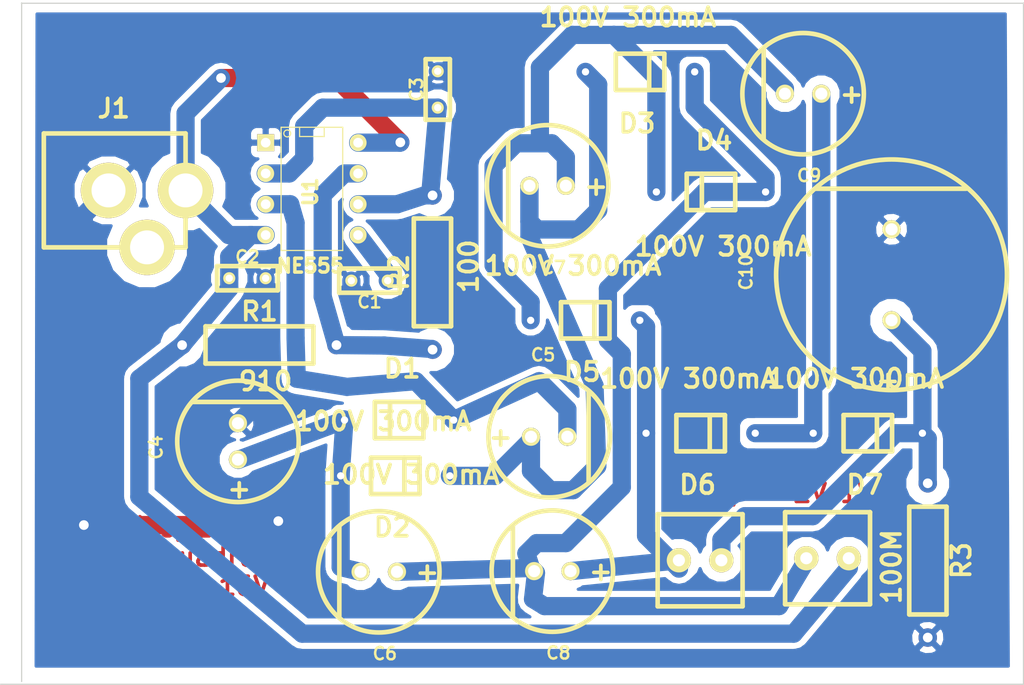
<source format=kicad_pcb>
(kicad_pcb (version 3) (host pcbnew "(2013-08-24 BZR 4298)-stable")

  (general
    (links 41)
    (no_connects 0)
    (area 75.509919 93.447399 159.922681 149.752521)
    (thickness 1.6)
    (drawings 7)
    (tracks 152)
    (zones 0)
    (modules 24)
    (nets 14)
  )

  (page USLetter)
  (layers
    (15 F.Cu signal)
    (0 B.Cu signal)
    (16 B.Adhes user)
    (17 F.Adhes user)
    (18 B.Paste user)
    (19 F.Paste user)
    (20 B.SilkS user)
    (21 F.SilkS user)
    (22 B.Mask user)
    (23 F.Mask user)
    (24 Dwgs.User user)
    (25 Cmts.User user)
    (26 Eco1.User user)
    (27 Eco2.User user)
    (28 Edge.Cuts user)
  )

  (setup
    (last_trace_width 1.5)
    (trace_clearance 0.5)
    (zone_clearance 0.508)
    (zone_45_only no)
    (trace_min 0.254)
    (segment_width 0.2)
    (edge_width 0.1)
    (via_size 1)
    (via_drill 0.8)
    (via_min_size 0.9)
    (via_min_drill 0.5)
    (uvia_size 0.5)
    (uvia_drill 0.127)
    (uvias_allowed no)
    (uvia_min_size 0.5)
    (uvia_min_drill 0.127)
    (pcb_text_width 0.3)
    (pcb_text_size 1.5 1.5)
    (mod_edge_width 0.381)
    (mod_text_size 1 1)
    (mod_text_width 0.15)
    (pad_size 2 2)
    (pad_drill 1)
    (pad_to_mask_clearance 0)
    (aux_axis_origin 0 0)
    (visible_elements 7FFFFFFF)
    (pcbplotparams
      (layerselection 271613953)
      (usegerberextensions false)
      (excludeedgelayer true)
      (linewidth 0.150000)
      (plotframeref false)
      (viasonmask false)
      (mode 1)
      (useauxorigin false)
      (hpglpennumber 1)
      (hpglpenspeed 20)
      (hpglpendiameter 15)
      (hpglpenoverlay 2)
      (psnegative false)
      (psa4output false)
      (plotreference true)
      (plotvalue true)
      (plotothertext true)
      (plotinvisibletext false)
      (padsonsilk false)
      (subtractmaskfromsilk false)
      (outputformat 5)
      (mirror false)
      (drillshape 0)
      (scaleselection 1)
      (outputdirectory ""))
  )

  (net 0 "")
  (net 1 2Vcc)
  (net 2 3Vcc)
  (net 3 4Vcc)
  (net 4 GND)
  (net 5 N-0000010)
  (net 6 N-0000012)
  (net 7 N-0000013)
  (net 8 N-000003)
  (net 9 N-000004)
  (net 10 N-000008)
  (net 11 N-000009)
  (net 12 TimerOut)
  (net 13 Vcc)

  (net_class Default "This is the default net class."
    (clearance 0.5)
    (trace_width 1.5)
    (via_dia 1)
    (via_drill 0.8)
    (uvia_dia 0.5)
    (uvia_drill 0.127)
    (add_net "")
    (add_net 2Vcc)
    (add_net 3Vcc)
    (add_net 4Vcc)
    (add_net GND)
    (add_net N-0000010)
    (add_net N-0000012)
    (add_net N-0000013)
    (add_net N-000003)
    (add_net N-000004)
    (add_net N-000008)
    (add_net N-000009)
    (add_net TimerOut)
    (add_net Vcc)
  )

  (net_class edge ""
    (clearance 0.5)
    (trace_width 0.254)
    (via_dia 1)
    (via_drill 0.8)
    (uvia_dia 0.5)
    (uvia_drill 0.127)
  )

  (module TED_TERMINAL_3.5MM_2PIN (layer F.Cu) (tedit 522CA0C7) (tstamp 522CAF64)
    (at 133.21792 139.47648 180)
    (path /5224B716)
    (fp_text reference J2 (at 0.20066 -5.40004 180) (layer F.SilkS) hide
      (effects (font (thickness 0.3048)))
    )
    (fp_text value "3V 4V" (at 0.29972 5.6007 180) (layer F.SilkS) hide
      (effects (font (size 1.016 1.016) (thickness 0.254)))
    )
    (fp_line (start -3.50012 -3.79984) (end -3.50012 3.79984) (layer F.SilkS) (width 0.381))
    (fp_line (start -3.50012 3.79984) (end 3.50012 3.79984) (layer F.SilkS) (width 0.381))
    (fp_line (start 3.50012 3.79984) (end 3.50012 -3.79984) (layer F.SilkS) (width 0.381))
    (fp_line (start 3.50012 -3.79984) (end -3.50012 -3.79984) (layer F.SilkS) (width 0.381))
    (pad 1 thru_hole circle (at -1.75006 0 180) (size 2 2) (drill 1)
      (layers *.Mask B.Cu F.SilkS)
      (net 3 4Vcc)
      (clearance 0.75)
    )
    (pad 2 thru_hole circle (at 1.75006 0 180) (size 2 2) (drill 1)
      (layers *.Mask B.Cu F.SilkS)
      (net 2 3Vcc)
      (clearance 0.75)
    )
  )

  (module TED_TERMINAL_3.5MM_2PIN (layer F.Cu) (tedit 522CA0C7) (tstamp 522CA9C7)
    (at 143.72336 139.30884)
    (path /5224B72A)
    (fp_text reference J3 (at 0.20066 -5.40004) (layer F.SilkS) hide
      (effects (font (thickness 0.3048)))
    )
    (fp_text value "1V 2V" (at 0.29972 5.6007) (layer F.SilkS) hide
      (effects (font (size 1.016 1.016) (thickness 0.254)))
    )
    (fp_line (start -3.50012 -3.79984) (end -3.50012 3.79984) (layer F.SilkS) (width 0.381))
    (fp_line (start -3.50012 3.79984) (end 3.50012 3.79984) (layer F.SilkS) (width 0.381))
    (fp_line (start 3.50012 3.79984) (end 3.50012 -3.79984) (layer F.SilkS) (width 0.381))
    (fp_line (start 3.50012 -3.79984) (end -3.50012 -3.79984) (layer F.SilkS) (width 0.381))
    (pad 1 thru_hole circle (at -1.75006 0) (size 2 2) (drill 1)
      (layers *.Mask B.Cu F.SilkS)
      (net 1 2Vcc)
      (clearance 0.75)
    )
    (pad 2 thru_hole circle (at 1.75006 0) (size 2 2) (drill 1)
      (layers *.Mask B.Cu F.SilkS)
      (net 13 Vcc)
      (clearance 0.75)
    )
  )

  (module TED_DIP-8 (layer F.Cu) (tedit 522C9C88) (tstamp 522CA9EF)
    (at 101.219 108.839 270)
    (descr "8 pins DIL package, round pads")
    (tags DIL)
    (path /5224039F)
    (fp_text reference U1 (at 0.254 0.127 270) (layer F.SilkS)
      (effects (font (size 1.143 1.143) (thickness 0.28702)))
    )
    (fp_text value NE555 (at 6.35 0.127 360) (layer F.SilkS)
      (effects (font (size 1.143 1.143) (thickness 0.28448)))
    )
    (fp_circle (center -4.572 2.032) (end -4.318 2.159) (layer F.SilkS) (width 0.09906))
    (fp_line (start -5.08 -1.016) (end -4.318 -1.016) (layer F.SilkS) (width 0.09906))
    (fp_line (start -4.318 -1.016) (end -4.318 1.016) (layer F.SilkS) (width 0.09906))
    (fp_line (start -4.318 1.016) (end -5.08 1.016) (layer F.SilkS) (width 0.09906))
    (fp_line (start -5.08 -2.54) (end 5.08 -2.54) (layer F.SilkS) (width 0.09906))
    (fp_line (start 5.08 -2.54) (end 5.08 2.54) (layer F.SilkS) (width 0.09906))
    (fp_line (start 5.08 2.54) (end -5.08 2.54) (layer F.SilkS) (width 0.09906))
    (fp_line (start -5.08 2.54) (end -5.08 -2.54) (layer F.SilkS) (width 0.09906))
    (pad 1 thru_hole rect (at -3.81 3.81 270) (size 1.397 1.397) (drill 0.8)
      (layers *.Mask B.Cu F.SilkS)
      (net 4 GND)
      (clearance 0.5)
    )
    (pad 2 thru_hole circle (at -1.27 3.81 270) (size 1.397 1.397) (drill 0.8)
      (layers *.Mask B.Cu F.SilkS)
      (net 10 N-000008)
      (clearance 0.5)
    )
    (pad 3 thru_hole circle (at 1.27 3.81 270) (size 1.397 1.397) (drill 0.8)
      (layers *.Mask B.Cu F.SilkS)
      (net 12 TimerOut)
      (clearance 0.5)
    )
    (pad 4 thru_hole circle (at 3.81 3.81 270) (size 1.397 1.397) (drill 0.8)
      (layers *.Mask B.Cu F.SilkS)
      (net 13 Vcc)
      (clearance 0.5)
    )
    (pad 5 thru_hole circle (at 3.81 -3.81 270) (size 1.397 1.397) (drill 0.8)
      (layers *.Mask B.Cu F.SilkS)
      (net 11 N-000009)
      (clearance 0.5)
    )
    (pad 6 thru_hole circle (at 1.27 -3.81 270) (size 1.397 1.397) (drill 0.8)
      (layers *.Mask B.Cu F.SilkS)
      (net 10 N-000008)
      (clearance 0.5)
    )
    (pad 7 thru_hole circle (at -1.27 -3.81 270) (size 1.397 1.397) (drill 0.8)
      (layers *.Mask B.Cu F.SilkS)
      (net 7 N-0000013)
      (clearance 0.5)
    )
    (pad 8 thru_hole circle (at -3.81 -3.81 270) (size 1.397 1.397) (drill 0.8)
      (layers *.Mask B.Cu F.SilkS)
      (net 13 Vcc)
      (clearance 0.5)
    )
    (model dil/dil_14.wrl
      (at (xyz 0 0 0))
      (scale (xyz 1 1 1))
      (rotate (xyz 0 0 0))
    )
  )

  (module TED_axial_resistor_halfwatt (layer F.Cu) (tedit 522C9C23) (tstamp 522CA9DB)
    (at 111.14532 115.72748 90)
    (path /522411DC)
    (fp_text reference R2 (at 0 -2.75 90) (layer F.SilkS)
      (effects (font (thickness 0.3048)))
    )
    (fp_text value 100 (at 0.5 3 90) (layer F.SilkS)
      (effects (font (thickness 0.3048)))
    )
    (fp_line (start -4.445 -1.52908) (end 4.445 -1.52908) (layer F.SilkS) (width 0.381))
    (fp_line (start 4.445 -1.52908) (end 4.445 1.54432) (layer F.SilkS) (width 0.381))
    (fp_line (start 4.445 1.54432) (end -4.445 1.54432) (layer F.SilkS) (width 0.381))
    (fp_line (start -4.445 1.54432) (end -4.445 -1.52908) (layer F.SilkS) (width 0.381))
    (pad 1 thru_hole circle (at -6.3754 0.02032 90) (size 1.524 1.524) (drill 0.8)
      (layers B.Cu)
      (net 7 N-0000013)
      (clearance 1)
    )
    (pad 2 thru_hole circle (at 6.35 0.02032 90) (size 1.524 1.524) (drill 0.8)
      (layers B.Cu)
      (net 10 N-000008)
      (clearance 1)
    )
  )

  (module TED_axial_resistor_halfwatt (layer F.Cu) (tedit 522C9C23) (tstamp 522CA9D1)
    (at 96.89592 121.70664)
    (path /52241265)
    (fp_text reference R1 (at 0 -2.75) (layer F.SilkS)
      (effects (font (thickness 0.3048)))
    )
    (fp_text value 910 (at 0.5 3) (layer F.SilkS)
      (effects (font (thickness 0.3048)))
    )
    (fp_line (start -4.445 -1.52908) (end 4.445 -1.52908) (layer F.SilkS) (width 0.381))
    (fp_line (start 4.445 -1.52908) (end 4.445 1.54432) (layer F.SilkS) (width 0.381))
    (fp_line (start 4.445 1.54432) (end -4.445 1.54432) (layer F.SilkS) (width 0.381))
    (fp_line (start -4.445 1.54432) (end -4.445 -1.52908) (layer F.SilkS) (width 0.381))
    (pad 1 thru_hole circle (at -6.3754 0.02032) (size 1.524 1.524) (drill 0.8)
      (layers B.Cu)
      (net 13 Vcc)
      (clearance 1)
    )
    (pad 2 thru_hole circle (at 6.35 0.02032) (size 1.524 1.524) (drill 0.8)
      (layers B.Cu)
      (net 7 N-0000013)
      (clearance 1)
    )
  )

  (module TED_DC_2.1mm (layer F.Cu) (tedit 522C9BB5) (tstamp 522CA9B3)
    (at 84.963 108.966)
    (path /52240342)
    (fp_text reference J1 (at -0.0762 -6.7564) (layer F.SilkS)
      (effects (font (thickness 0.3048)))
    )
    (fp_text value DC_2.1MM (at 1.1684 8.7122) (layer F.SilkS) hide
      (effects (font (thickness 0.3048)))
    )
    (fp_line (start -5.842 -4.699) (end -5.842 4.699) (layer F.SilkS) (width 0.381))
    (fp_line (start -5.842 4.699) (end 5.842 4.699) (layer F.SilkS) (width 0.381))
    (fp_line (start 5.842 4.699) (end 5.842 -4.699) (layer F.SilkS) (width 0.381))
    (fp_line (start 5.842 -4.699) (end -5.842 -4.699) (layer F.SilkS) (width 0.381))
    (pad 1 thru_hole circle (at 5.842 0) (size 4.572 4.572) (drill 2.8)
      (layers *.Mask B.Cu F.SilkS)
      (net 13 Vcc)
      (clearance 1)
    )
    (pad 2 thru_hole circle (at -0.508 0) (size 4.572 4.572) (drill 2.8)
      (layers *.Mask B.Cu F.SilkS)
      (net 4 GND)
      (clearance 1)
    )
    (pad 3 thru_hole circle (at 2.667 4.699) (size 4.572 4.572) (drill 2.8)
      (layers *.Mask B.Cu F.SilkS)
      (clearance 1)
    )
  )

  (module TED_diode_axial_300mA_100V. (layer F.Cu) (tedit 522C9A60) (tstamp 522CA9A8)
    (at 147.0406 128.9939 180)
    (path /522C983D)
    (fp_text reference D7 (at 0.25 -4.25 180) (layer F.SilkS)
      (effects (font (thickness 0.3048)))
    )
    (fp_text value "100V 300mA" (at 1 4.5 180) (layer F.SilkS)
      (effects (font (thickness 0.3048)))
    )
    (fp_line (start -0.75 -1.5) (end -0.75 1.5) (layer F.SilkS) (width 0.381))
    (fp_line (start -2 -1.5) (end 2 -1.5) (layer F.SilkS) (width 0.381))
    (fp_line (start 2 -1.5) (end 2 1.5) (layer F.SilkS) (width 0.381))
    (fp_line (start 2 1.5) (end -2 1.5) (layer F.SilkS) (width 0.381))
    (fp_line (start -2 1.5) (end -2 -1.5) (layer F.SilkS) (width 0.381))
    (pad 1 thru_hole rect (at -4.5 0 180) (size 1 1) (drill 0.6)
      (layers B.Cu)
      (net 3 4Vcc)
      (clearance 0.75)
    )
    (pad 2 thru_hole circle (at 4.5 0 180) (size 1 1) (drill 0.6)
      (layers B.Cu)
      (net 9 N-000004)
      (clearance 0.75)
    )
  )

  (module TED_diode_axial_300mA_100V. (layer F.Cu) (tedit 522C9A60) (tstamp 522CA99D)
    (at 133.2611 128.9939 180)
    (path /5224B551)
    (fp_text reference D6 (at 0.25 -4.25 180) (layer F.SilkS)
      (effects (font (thickness 0.3048)))
    )
    (fp_text value "100V 300mA" (at 1 4.5 180) (layer F.SilkS)
      (effects (font (thickness 0.3048)))
    )
    (fp_line (start -0.75 -1.5) (end -0.75 1.5) (layer F.SilkS) (width 0.381))
    (fp_line (start -2 -1.5) (end 2 -1.5) (layer F.SilkS) (width 0.381))
    (fp_line (start 2 -1.5) (end 2 1.5) (layer F.SilkS) (width 0.381))
    (fp_line (start 2 1.5) (end -2 1.5) (layer F.SilkS) (width 0.381))
    (fp_line (start -2 1.5) (end -2 -1.5) (layer F.SilkS) (width 0.381))
    (pad 1 thru_hole rect (at -4.5 0 180) (size 1 1) (drill 0.6)
      (layers B.Cu)
      (net 9 N-000004)
      (clearance 0.75)
    )
    (pad 2 thru_hole circle (at 4.5 0 180) (size 1 1) (drill 0.6)
      (layers B.Cu)
      (net 2 3Vcc)
      (clearance 0.75)
    )
  )

  (module TED_diode_axial_300mA_100V. (layer F.Cu) (tedit 522C9A60) (tstamp 522CA992)
    (at 123.7488 119.6848 180)
    (path /5224B557)
    (fp_text reference D5 (at 0.25 -4.25 180) (layer F.SilkS)
      (effects (font (thickness 0.3048)))
    )
    (fp_text value "100V 300mA" (at 1 4.5 180) (layer F.SilkS)
      (effects (font (thickness 0.3048)))
    )
    (fp_line (start -0.75 -1.5) (end -0.75 1.5) (layer F.SilkS) (width 0.381))
    (fp_line (start -2 -1.5) (end 2 -1.5) (layer F.SilkS) (width 0.381))
    (fp_line (start 2 -1.5) (end 2 1.5) (layer F.SilkS) (width 0.381))
    (fp_line (start 2 1.5) (end -2 1.5) (layer F.SilkS) (width 0.381))
    (fp_line (start -2 1.5) (end -2 -1.5) (layer F.SilkS) (width 0.381))
    (pad 1 thru_hole rect (at -4.5 0 180) (size 1 1) (drill 0.6)
      (layers B.Cu)
      (net 2 3Vcc)
      (clearance 0.75)
    )
    (pad 2 thru_hole circle (at 4.5 0 180) (size 1 1) (drill 0.6)
      (layers B.Cu)
      (net 6 N-0000012)
      (clearance 0.75)
    )
  )

  (module TED_diode_axial_300mA_100V. (layer F.Cu) (tedit 522C9A60) (tstamp 522CA987)
    (at 134.112 109.093)
    (path /5224B476)
    (fp_text reference D4 (at 0.25 -4.25) (layer F.SilkS)
      (effects (font (thickness 0.3048)))
    )
    (fp_text value "100V 300mA" (at 1 4.5) (layer F.SilkS)
      (effects (font (thickness 0.3048)))
    )
    (fp_line (start -0.75 -1.5) (end -0.75 1.5) (layer F.SilkS) (width 0.381))
    (fp_line (start -2 -1.5) (end 2 -1.5) (layer F.SilkS) (width 0.381))
    (fp_line (start 2 -1.5) (end 2 1.5) (layer F.SilkS) (width 0.381))
    (fp_line (start 2 1.5) (end -2 1.5) (layer F.SilkS) (width 0.381))
    (fp_line (start -2 1.5) (end -2 -1.5) (layer F.SilkS) (width 0.381))
    (pad 1 thru_hole rect (at -4.5 0) (size 1 1) (drill 0.6)
      (layers B.Cu)
      (net 6 N-0000012)
      (clearance 0.75)
    )
    (pad 2 thru_hole circle (at 4.5 0) (size 1 1) (drill 0.6)
      (layers B.Cu)
      (net 1 2Vcc)
      (clearance 0.75)
    )
  )

  (module TED_diode_axial_300mA_100V. (layer F.Cu) (tedit 522C9A60) (tstamp 522CA97C)
    (at 128.27 99.187 180)
    (path /5224B47C)
    (fp_text reference D3 (at 0.25 -4.25 180) (layer F.SilkS)
      (effects (font (thickness 0.3048)))
    )
    (fp_text value "100V 300mA" (at 1 4.5 180) (layer F.SilkS)
      (effects (font (thickness 0.3048)))
    )
    (fp_line (start -0.75 -1.5) (end -0.75 1.5) (layer F.SilkS) (width 0.381))
    (fp_line (start -2 -1.5) (end 2 -1.5) (layer F.SilkS) (width 0.381))
    (fp_line (start 2 -1.5) (end 2 1.5) (layer F.SilkS) (width 0.381))
    (fp_line (start 2 1.5) (end -2 1.5) (layer F.SilkS) (width 0.381))
    (fp_line (start -2 1.5) (end -2 -1.5) (layer F.SilkS) (width 0.381))
    (pad 1 thru_hole rect (at -4.5 0 180) (size 1 1) (drill 0.6)
      (layers B.Cu)
      (net 1 2Vcc)
      (clearance 0.75)
    )
    (pad 2 thru_hole circle (at 4.5 0 180) (size 1 1) (drill 0.6)
      (layers B.Cu)
      (net 5 N-0000010)
      (clearance 0.75)
    )
  )

  (module TED_diode_axial_300mA_100V. (layer F.Cu) (tedit 522C9A60) (tstamp 522CA971)
    (at 108.0897 132.5118 180)
    (path /5224B315)
    (fp_text reference D2 (at 0.25 -4.25 180) (layer F.SilkS)
      (effects (font (thickness 0.3048)))
    )
    (fp_text value "100V 300mA" (at 1 4.5 180) (layer F.SilkS)
      (effects (font (thickness 0.3048)))
    )
    (fp_line (start -0.75 -1.5) (end -0.75 1.5) (layer F.SilkS) (width 0.381))
    (fp_line (start -2 -1.5) (end 2 -1.5) (layer F.SilkS) (width 0.381))
    (fp_line (start 2 -1.5) (end 2 1.5) (layer F.SilkS) (width 0.381))
    (fp_line (start 2 1.5) (end -2 1.5) (layer F.SilkS) (width 0.381))
    (fp_line (start -2 1.5) (end -2 -1.5) (layer F.SilkS) (width 0.381))
    (pad 1 thru_hole rect (at -4.5 0 180) (size 1 1) (drill 0.6)
      (layers B.Cu)
      (net 5 N-0000010)
      (clearance 0.75)
    )
    (pad 2 thru_hole circle (at 4.5 0 180) (size 1 1) (drill 0.6)
      (layers B.Cu)
      (net 8 N-000003)
      (clearance 0.75)
    )
  )

  (module TED_diode_axial_300mA_100V. (layer F.Cu) (tedit 522C9A60) (tstamp 522CA966)
    (at 108.4072 127.90932)
    (path /5224B329)
    (fp_text reference D1 (at 0.25 -4.25) (layer F.SilkS)
      (effects (font (thickness 0.3048)))
    )
    (fp_text value "100V 300mA" (at 1 4.5) (layer F.SilkS)
      (effects (font (thickness 0.3048)))
    )
    (fp_line (start -0.75 -1.5) (end -0.75 1.5) (layer F.SilkS) (width 0.381))
    (fp_line (start -2 -1.5) (end 2 -1.5) (layer F.SilkS) (width 0.381))
    (fp_line (start 2 -1.5) (end 2 1.5) (layer F.SilkS) (width 0.381))
    (fp_line (start 2 1.5) (end -2 1.5) (layer F.SilkS) (width 0.381))
    (fp_line (start -2 1.5) (end -2 -1.5) (layer F.SilkS) (width 0.381))
    (pad 1 thru_hole rect (at -4.5 0) (size 1 1) (drill 0.6)
      (layers B.Cu)
      (net 8 N-000003)
      (clearance 0.75)
    )
    (pad 2 thru_hole circle (at 4.5 0) (size 1 1) (drill 0.6)
      (layers B.Cu)
      (net 12 TimerOut)
      (clearance 0.75)
    )
  )

  (module TED_C_RADIAL_ELECTROLYTIC_19mm (layer F.Cu) (tedit 522C9B68) (tstamp 522CA95B)
    (at 148.9964 115.9256 90)
    (descr "Condensateur e = 1 pas")
    (tags C)
    (path /522C934F)
    (fp_text reference C10 (at 0.20066 -11.99896 90) (layer F.SilkS)
      (effects (font (size 1.016 1.016) (thickness 0.2032)))
    )
    (fp_text value "680uF 63v" (at 0.29972 12.10056 90) (layer F.SilkS) hide
      (effects (font (size 1.016 1.016) (thickness 0.2032)))
    )
    (fp_circle (center 0 0) (end -9.5 -0.5) (layer F.SilkS) (width 0.381))
    (fp_text user + (at -8.8011 -0.39878 90) (layer F.SilkS)
      (effects (font (thickness 0.3048)))
    )
    (fp_line (start 7.0993 -6.25) (end 7.0993 6.15118) (layer F.SilkS) (width 0.381))
    (pad 1 thru_hole circle (at -3.75 0 90) (size 1.5 1.5) (drill 1)
      (layers *.Mask B.Cu F.SilkS)
      (net 3 4Vcc)
      (clearance 1)
    )
    (pad 2 thru_hole circle (at 3.75 0 90) (size 1.5 1.5) (drill 1)
      (layers *.Mask B.Cu F.SilkS)
      (net 4 GND)
      (clearance 1)
    )
    (model discret/capa_1_pas.wrl
      (at (xyz 0 0 0))
      (scale (xyz 1 1 1))
      (rotate (xyz 0 0 0))
    )
  )

  (module TED_C_RADIAL_ELECTROLYTIC_5mm (layer F.Cu) (tedit 522C9B3A) (tstamp 522CA952)
    (at 141.7066 100.9904 180)
    (descr "Condensateur e = 1 pas")
    (tags C)
    (path /522C9330)
    (fp_text reference C9 (at -0.5 -6.75 180) (layer F.SilkS)
      (effects (font (size 1.016 1.016) (thickness 0.2032)))
    )
    (fp_text value "1uF 63v" (at 0 7.25 180) (layer F.SilkS) hide
      (effects (font (size 1.016 1.016) (thickness 0.2032)))
    )
    (fp_line (start 3.25 -3.75) (end 3.25 3.75) (layer F.SilkS) (width 0.381))
    (fp_circle (center 0 0) (end 5 0.25) (layer F.SilkS) (width 0.381))
    (fp_text user + (at -4 0 180) (layer F.SilkS)
      (effects (font (thickness 0.3048)))
    )
    (pad 1 thru_hole circle (at -1.5 0 180) (size 1.5 1.5) (drill 1)
      (layers *.Mask B.Cu F.SilkS)
      (net 9 N-000004)
      (clearance 0.75)
    )
    (pad 2 thru_hole circle (at 1.5 0 180) (size 1.5 1.5) (drill 1)
      (layers *.Mask B.Cu F.SilkS)
      (net 6 N-0000012)
      (clearance 0.75)
    )
    (model discret/capa_1_pas.wrl
      (at (xyz 0 0 0))
      (scale (xyz 1 1 1))
      (rotate (xyz 0 0 0))
    )
  )

  (module TED_C_RADIAL_ELECTROLYTIC_5mm (layer F.Cu) (tedit 522C9B3A) (tstamp 522CA949)
    (at 121.03608 140.37056 180)
    (descr "Condensateur e = 1 pas")
    (tags C)
    (path /522C9325)
    (fp_text reference C8 (at -0.5 -6.75 180) (layer F.SilkS)
      (effects (font (size 1.016 1.016) (thickness 0.2032)))
    )
    (fp_text value "1uF 63v" (at 0 7.25 180) (layer F.SilkS) hide
      (effects (font (size 1.016 1.016) (thickness 0.2032)))
    )
    (fp_line (start 3.25 -3.75) (end 3.25 3.75) (layer F.SilkS) (width 0.381))
    (fp_circle (center 0 0) (end 5 0.25) (layer F.SilkS) (width 0.381))
    (fp_text user + (at -4 0 180) (layer F.SilkS)
      (effects (font (thickness 0.3048)))
    )
    (pad 1 thru_hole circle (at -1.5 0 180) (size 1.5 1.5) (drill 1)
      (layers *.Mask B.Cu F.SilkS)
      (net 2 3Vcc)
      (clearance 0.75)
    )
    (pad 2 thru_hole circle (at 1.5 0 180) (size 1.5 1.5) (drill 1)
      (layers *.Mask B.Cu F.SilkS)
      (net 1 2Vcc)
      (clearance 0.75)
    )
    (model discret/capa_1_pas.wrl
      (at (xyz 0 0 0))
      (scale (xyz 1 1 1))
      (rotate (xyz 0 0 0))
    )
  )

  (module TED_C_RADIAL_ELECTROLYTIC_5mm (layer F.Cu) (tedit 522C9B3A) (tstamp 522CA940)
    (at 120.65 108.585 180)
    (descr "Condensateur e = 1 pas")
    (tags C)
    (path /5224B55D)
    (fp_text reference C7 (at -0.5 -6.75 180) (layer F.SilkS)
      (effects (font (size 1.016 1.016) (thickness 0.2032)))
    )
    (fp_text value "1uF 63v" (at 0 7.25 180) (layer F.SilkS) hide
      (effects (font (size 1.016 1.016) (thickness 0.2032)))
    )
    (fp_line (start 3.25 -3.75) (end 3.25 3.75) (layer F.SilkS) (width 0.381))
    (fp_circle (center 0 0) (end 5 0.25) (layer F.SilkS) (width 0.381))
    (fp_text user + (at -4 0 180) (layer F.SilkS)
      (effects (font (thickness 0.3048)))
    )
    (pad 1 thru_hole circle (at -1.5 0 180) (size 1.5 1.5) (drill 1)
      (layers *.Mask B.Cu F.SilkS)
      (net 6 N-0000012)
      (clearance 0.75)
    )
    (pad 2 thru_hole circle (at 1.5 0 180) (size 1.5 1.5) (drill 1)
      (layers *.Mask B.Cu F.SilkS)
      (net 5 N-0000010)
      (clearance 0.75)
    )
    (model discret/capa_1_pas.wrl
      (at (xyz 0 0 0))
      (scale (xyz 1 1 1))
      (rotate (xyz 0 0 0))
    )
  )

  (module TED_C_RADIAL_ELECTROLYTIC_5mm (layer F.Cu) (tedit 522C9B3A) (tstamp 522CA937)
    (at 106.7308 140.42644 180)
    (descr "Condensateur e = 1 pas")
    (tags C)
    (path /5224B484)
    (fp_text reference C6 (at -0.5 -6.75 180) (layer F.SilkS)
      (effects (font (size 1.016 1.016) (thickness 0.2032)))
    )
    (fp_text value "1uF 63v" (at 0 7.25 180) (layer F.SilkS) hide
      (effects (font (size 1.016 1.016) (thickness 0.2032)))
    )
    (fp_line (start 3.25 -3.75) (end 3.25 3.75) (layer F.SilkS) (width 0.381))
    (fp_circle (center 0 0) (end 5 0.25) (layer F.SilkS) (width 0.381))
    (fp_text user + (at -4 0 180) (layer F.SilkS)
      (effects (font (thickness 0.3048)))
    )
    (pad 1 thru_hole circle (at -1.5 0 180) (size 1.5 1.5) (drill 1)
      (layers *.Mask B.Cu F.SilkS)
      (net 1 2Vcc)
      (clearance 0.75)
    )
    (pad 2 thru_hole circle (at 1.5 0 180) (size 1.5 1.5) (drill 1)
      (layers *.Mask B.Cu F.SilkS)
      (net 8 N-000003)
      (clearance 0.75)
    )
    (model discret/capa_1_pas.wrl
      (at (xyz 0 0 0))
      (scale (xyz 1 1 1))
      (rotate (xyz 0 0 0))
    )
  )

  (module TED_C_RADIAL_ELECTROLYTIC_5mm (layer F.Cu) (tedit 522C9B3A) (tstamp 522CA92E)
    (at 120.777 129.286)
    (descr "Condensateur e = 1 pas")
    (tags C)
    (path /5224B3A7)
    (fp_text reference C5 (at -0.5 -6.75) (layer F.SilkS)
      (effects (font (size 1.016 1.016) (thickness 0.2032)))
    )
    (fp_text value "1uF 63v" (at 0 7.25) (layer F.SilkS) hide
      (effects (font (size 1.016 1.016) (thickness 0.2032)))
    )
    (fp_line (start 3.25 -3.75) (end 3.25 3.75) (layer F.SilkS) (width 0.381))
    (fp_circle (center 0 0) (end 5 0.25) (layer F.SilkS) (width 0.381))
    (fp_text user + (at -4 0) (layer F.SilkS)
      (effects (font (thickness 0.3048)))
    )
    (pad 1 thru_hole circle (at -1.5 0) (size 1.5 1.5) (drill 1)
      (layers *.Mask B.Cu F.SilkS)
      (net 5 N-0000010)
      (clearance 0.75)
    )
    (pad 2 thru_hole circle (at 1.5 0) (size 1.5 1.5) (drill 1)
      (layers *.Mask B.Cu F.SilkS)
      (net 12 TimerOut)
      (clearance 0.75)
    )
    (model discret/capa_1_pas.wrl
      (at (xyz 0 0 0))
      (scale (xyz 1 1 1))
      (rotate (xyz 0 0 0))
    )
  )

  (module TED_C_RADIAL_ELECTROLYTIC_5mm (layer F.Cu) (tedit 522C9B3A) (tstamp 522CA925)
    (at 95.123 129.667 90)
    (descr "Condensateur e = 1 pas")
    (tags C)
    (path /52241387)
    (fp_text reference C4 (at -0.5 -6.75 90) (layer F.SilkS)
      (effects (font (size 1.016 1.016) (thickness 0.2032)))
    )
    (fp_text value "1uF 63v" (at 0 7.25 90) (layer F.SilkS) hide
      (effects (font (size 1.016 1.016) (thickness 0.2032)))
    )
    (fp_line (start 3.25 -3.75) (end 3.25 3.75) (layer F.SilkS) (width 0.381))
    (fp_circle (center 0 0) (end 5 0.25) (layer F.SilkS) (width 0.381))
    (fp_text user + (at -4 0 90) (layer F.SilkS)
      (effects (font (thickness 0.3048)))
    )
    (pad 1 thru_hole circle (at -1.5 0 90) (size 1.5 1.5) (drill 1)
      (layers *.Mask B.Cu F.SilkS)
      (net 8 N-000003)
      (clearance 0.75)
    )
    (pad 2 thru_hole circle (at 1.5 0 90) (size 1.5 1.5) (drill 1)
      (layers *.Mask B.Cu F.SilkS)
      (net 4 GND)
      (clearance 0.75)
    )
    (model discret/capa_1_pas.wrl
      (at (xyz 0 0 0))
      (scale (xyz 1 1 1))
      (rotate (xyz 0 0 0))
    )
  )

  (module TED_ceramic_radial_5mm (layer F.Cu) (tedit 522C9B09) (tstamp 522CA91C)
    (at 111.59236 100.63988 90)
    (descr "Condensateur e = 1 pas")
    (tags C)
    (path /52241175)
    (fp_text reference C3 (at 0 -1.75 90) (layer F.SilkS)
      (effects (font (size 1.016 1.016) (thickness 0.2032)))
    )
    (fp_text value .1uF (at 0.25 2 90) (layer F.SilkS) hide
      (effects (font (size 1.016 1.016) (thickness 0.2032)))
    )
    (fp_line (start 2.5 1) (end -2.5 1) (layer F.SilkS) (width 0.381))
    (fp_line (start -2.5 -1) (end 2.5 -1) (layer F.SilkS) (width 0.381))
    (fp_line (start 2.5 -1) (end 2.5 1) (layer F.SilkS) (width 0.381))
    (fp_line (start -2.5 1) (end -2.5 -1) (layer F.SilkS) (width 0.381))
    (pad 1 thru_hole circle (at -1.5 0 90) (size 1 1) (drill 0.6)
      (layers *.Mask B.Cu F.SilkS)
      (net 10 N-000008)
      (clearance 1)
    )
    (pad 2 thru_hole circle (at 1.5 0 90) (size 1 1) (drill 0.6)
      (layers *.Mask B.Cu F.SilkS)
      (net 4 GND)
      (clearance 1)
    )
    (model discret/capa_1_pas.wrl
      (at (xyz 0 0 0))
      (scale (xyz 1 1 1))
      (rotate (xyz 0 0 0))
    )
  )

  (module TED_ceramic_radial_5mm (layer F.Cu) (tedit 522C9B09) (tstamp 522CA912)
    (at 95.90532 116.21008)
    (descr "Condensateur e = 1 pas")
    (tags C)
    (path /52242069)
    (fp_text reference C2 (at 0 -1.75) (layer F.SilkS)
      (effects (font (size 1.016 1.016) (thickness 0.2032)))
    )
    (fp_text value .1uF (at 0.25 2) (layer F.SilkS) hide
      (effects (font (size 1.016 1.016) (thickness 0.2032)))
    )
    (fp_line (start 2.5 1) (end -2.5 1) (layer F.SilkS) (width 0.381))
    (fp_line (start -2.5 -1) (end 2.5 -1) (layer F.SilkS) (width 0.381))
    (fp_line (start 2.5 -1) (end 2.5 1) (layer F.SilkS) (width 0.381))
    (fp_line (start -2.5 1) (end -2.5 -1) (layer F.SilkS) (width 0.381))
    (pad 1 thru_hole circle (at -1.5 0) (size 1 1) (drill 0.6)
      (layers *.Mask B.Cu F.SilkS)
      (net 13 Vcc)
      (clearance 1)
    )
    (pad 2 thru_hole circle (at 1.5 0) (size 1 1) (drill 0.6)
      (layers *.Mask B.Cu F.SilkS)
      (net 4 GND)
      (clearance 1)
    )
    (model discret/capa_1_pas.wrl
      (at (xyz 0 0 0))
      (scale (xyz 1 1 1))
      (rotate (xyz 0 0 0))
    )
  )

  (module TED_ceramic_radial_5mm (layer F.Cu) (tedit 522C9B09) (tstamp 522CA908)
    (at 105.9688 116.4082 180)
    (descr "Condensateur e = 1 pas")
    (tags C)
    (path /5224110B)
    (fp_text reference C1 (at 0 -1.75 180) (layer F.SilkS)
      (effects (font (size 1.016 1.016) (thickness 0.2032)))
    )
    (fp_text value .1uF (at 0.25 2 180) (layer F.SilkS) hide
      (effects (font (size 1.016 1.016) (thickness 0.2032)))
    )
    (fp_line (start 2.5 1) (end -2.5 1) (layer F.SilkS) (width 0.381))
    (fp_line (start -2.5 -1) (end 2.5 -1) (layer F.SilkS) (width 0.381))
    (fp_line (start 2.5 -1) (end 2.5 1) (layer F.SilkS) (width 0.381))
    (fp_line (start -2.5 1) (end -2.5 -1) (layer F.SilkS) (width 0.381))
    (pad 1 thru_hole circle (at -1.5 0 180) (size 1 1) (drill 0.6)
      (layers *.Mask B.Cu F.SilkS)
      (net 11 N-000009)
      (clearance 1)
    )
    (pad 2 thru_hole circle (at 1.5 0 180) (size 1 1) (drill 0.6)
      (layers *.Mask B.Cu F.SilkS)
      (net 4 GND)
      (clearance 1)
    )
    (model discret/capa_1_pas.wrl
      (at (xyz 0 0 0))
      (scale (xyz 1 1 1))
      (rotate (xyz 0 0 0))
    )
  )

  (module TED_axial_resistor_halfwatt (layer F.Cu) (tedit 522C9C23) (tstamp 522DFED6)
    (at 152 139.5 270)
    (path /522DF238)
    (fp_text reference R3 (at 0 -2.75 270) (layer F.SilkS)
      (effects (font (thickness 0.3048)))
    )
    (fp_text value 100M (at 0.5 3 270) (layer F.SilkS)
      (effects (font (thickness 0.3048)))
    )
    (fp_line (start -4.445 -1.52908) (end 4.445 -1.52908) (layer F.SilkS) (width 0.381))
    (fp_line (start 4.445 -1.52908) (end 4.445 1.54432) (layer F.SilkS) (width 0.381))
    (fp_line (start 4.445 1.54432) (end -4.445 1.54432) (layer F.SilkS) (width 0.381))
    (fp_line (start -4.445 1.54432) (end -4.445 -1.52908) (layer F.SilkS) (width 0.381))
    (pad 1 thru_hole circle (at -6.3754 0.02032 270) (size 1.524 1.524) (drill 0.8)
      (layers B.Cu)
      (net 3 4Vcc)
      (clearance 1)
    )
    (pad 2 thru_hole circle (at 6.35 0.02032 270) (size 1.524 1.524) (drill 0.8)
      (layers B.Cu)
      (net 4 GND)
      (clearance 1)
    )
  )

  (gr_line (start 159.80156 93.53042) (end 77.27188 93.53042) (angle 90) (layer Edge.Cuts) (width 0.1))
  (gr_line (start 159.87268 149.7) (end 159.87268 93.5) (angle 90) (layer Edge.Cuts) (width 0.1))
  (gr_line (start 75.55992 149.70252) (end 159.86252 149.70252) (angle 90) (layer Edge.Cuts) (width 0.1))
  (gr_line (start 77.2922 93.4974) (end 77.2922 149.479) (angle 90) (layer Edge.Cuts) (width 0.1))
  (gr_text "2V 1V" (at 144.22628 133.94436) (layer F.Cu)
    (effects (font (size 1.5 1.5) (thickness 0.3)))
  )
  (gr_text "3V 4V" (at 133.32968 134.22376) (layer F.Cu)
    (effects (font (size 1.5 1.5) (thickness 0.3)))
  )
  (gr_text "09/08/2013\nVoltage Quadrupler\nVcc=4.5-16V" (at 90.043 139.192) (layer F.Cu)
    (effects (font (size 1.5 1.5) (thickness 0.3)))
  )

  (segment (start 138.612 109.093) (end 133.59384 109.093) (width 1.5) (layer B.Cu) (net 1))
  (segment (start 118.896 138.914) (end 119.28208 140.11656) (width 1.5) (layer B.Cu) (net 1) (tstamp 522CB0EE) (status 20))
  (segment (start 119.7483 138.0617) (end 118.896 138.914) (width 1.5) (layer B.Cu) (net 1) (tstamp 522CB0ED))
  (segment (start 122.1486 138.0617) (end 119.7483 138.0617) (width 1.5) (layer B.Cu) (net 1) (tstamp 522CB0EC))
  (segment (start 126.761098 133.449202) (end 122.1486 138.0617) (width 1.5) (layer B.Cu) (net 1) (tstamp 522CB0EB))
  (segment (start 126.761098 122.458338) (end 126.761098 133.449202) (width 1.5) (layer B.Cu) (net 1) (tstamp 522CB0EA))
  (segment (start 125.61824 121.31548) (end 126.761098 122.458338) (width 1.5) (layer B.Cu) (net 1) (tstamp 522CB0E9))
  (segment (start 125.61824 117.0686) (end 125.61824 121.31548) (width 1.5) (layer B.Cu) (net 1) (tstamp 522CB0E8))
  (segment (start 133.59384 109.093) (end 125.61824 117.0686) (width 1.5) (layer B.Cu) (net 1) (tstamp 522CB0E7))
  (segment (start 119.28208 140.11656) (end 119.53608 140.37056) (width 1.5) (layer B.Cu) (net 1) (tstamp 522CB0EF) (status 30))
  (segment (start 132.77 99.187) (end 132.77 102.09188) (width 1.5) (layer B.Cu) (net 1))
  (segment (start 138.612 107.93388) (end 138.612 109.093) (width 1.5) (layer B.Cu) (net 1) (tstamp 522CB0BA))
  (segment (start 132.77 102.09188) (end 138.612 107.93388) (width 1.5) (layer B.Cu) (net 1) (tstamp 522CB0B9))
  (segment (start 141.9733 139.30884) (end 141.9733 139.49426) (width 1.5) (layer B.Cu) (net 1) (status 30))
  (segment (start 119.68988 140.52436) (end 119.53608 140.37056) (width 1.5) (layer B.Cu) (net 1) (tstamp 522CB09E) (status 30))
  (segment (start 119.443522 142.672618) (end 119.68988 140.52436) (width 1.5) (layer B.Cu) (net 1) (tstamp 522CB09D) (status 20))
  (segment (start 120.38838 143.256) (end 119.443522 142.672618) (width 1.5) (layer B.Cu) (net 1) (tstamp 522CB09C))
  (segment (start 139.72286 143.256) (end 120.38838 143.256) (width 1.5) (layer B.Cu) (net 1) (tstamp 522CB09B))
  (segment (start 141.9733 139.49426) (end 139.72286 143.256) (width 1.5) (layer B.Cu) (net 1) (tstamp 522CB09A) (status 10))
  (segment (start 108.2308 140.42644) (end 119.28208 140.11656) (width 1.5) (layer B.Cu) (net 1) (status 20))
  (segment (start 119.28208 140.11656) (end 119.53608 140.37056) (width 1.5) (layer B.Cu) (net 1) (tstamp 522CB095) (status 30))
  (segment (start 128.7611 128.9939) (end 128.7611 120.1971) (width 1.5) (layer B.Cu) (net 2))
  (segment (start 128.7611 120.1971) (end 128.2488 119.6848) (width 1.5) (layer B.Cu) (net 2) (tstamp 522CB0C5))
  (segment (start 131.46786 139.47648) (end 131.47294 140.15974) (width 1.5) (layer B.Cu) (net 2) (status 10))
  (segment (start 128.7611 137.4479) (end 128.7611 128.9939) (width 1.5) (layer B.Cu) (net 2) (tstamp 522CB0A1))
  (segment (start 131.47294 140.15974) (end 128.7611 137.4479) (width 1.5) (layer B.Cu) (net 2) (tstamp 522CB0A0))
  (segment (start 122.53608 140.37056) (end 131.46786 139.47648) (width 1.5) (layer B.Cu) (net 2) (status 20))
  (segment (start 151.97968 133.1246) (end 151.97968 129.43298) (width 1.5) (layer B.Cu) (net 3) (status C00000))
  (segment (start 151.97968 129.43298) (end 151.5406 128.9939) (width 1.5) (layer B.Cu) (net 3) (tstamp 522DFF1F) (status C00000))
  (segment (start 134.96798 139.47648) (end 134.97306 137.77214) (width 1.5) (layer B.Cu) (net 3) (status 10))
  (segment (start 149.352 128.9939) (end 151.5406 128.9939) (width 1.5) (layer B.Cu) (net 3) (tstamp 522CB0F3))
  (segment (start 142.5067 135.8392) (end 149.352 128.9939) (width 1.5) (layer B.Cu) (net 3) (tstamp 522CB0F2))
  (segment (start 136.906 135.8392) (end 142.5067 135.8392) (width 1.5) (layer B.Cu) (net 3) (tstamp 522CB0F1))
  (segment (start 134.97306 137.77214) (end 136.906 135.8392) (width 1.5) (layer B.Cu) (net 3) (tstamp 522CB0F0))
  (segment (start 151.5406 128.9939) (end 151.5406 122.2198) (width 1.5) (layer B.Cu) (net 3))
  (segment (start 151.5406 122.2198) (end 148.9964 119.6756) (width 1.5) (layer B.Cu) (net 3) (tstamp 522CB0C3))
  (segment (start 82.423 136.57072) (end 82.423 110.998) (width 1.5) (layer B.Cu) (net 4))
  (segment (start 82.423 110.998) (end 84.455 108.966) (width 1.5) (layer B.Cu) (net 4) (tstamp 522CB24D))
  (segment (start 95.123 128.167) (end 92.8892 128.167) (width 1.5) (layer B.Cu) (net 4))
  (segment (start 82.36712 136.51484) (end 81.3054 136.51484) (width 1.5) (layer B.Cu) (net 4) (tstamp 522CB24B))
  (segment (start 82.423 136.57072) (end 82.36712 136.51484) (width 1.5) (layer B.Cu) (net 4) (tstamp 522CB24A))
  (via (at 82.423 136.57072) (size 1) (layers F.Cu B.Cu) (net 4))
  (segment (start 98.12528 136.57072) (end 82.423 136.57072) (width 1.5) (layer F.Cu) (net 4) (tstamp 522CB248))
  (segment (start 98.4504 136.2456) (end 98.12528 136.57072) (width 1.5) (layer F.Cu) (net 4) (tstamp 522CB247))
  (via (at 98.4504 136.2456) (size 1) (layers F.Cu B.Cu) (net 4))
  (segment (start 93.5736 136.2456) (end 98.4504 136.2456) (width 1.5) (layer B.Cu) (net 4) (tstamp 522CB245))
  (segment (start 91.0971 133.7691) (end 93.5736 136.2456) (width 1.5) (layer B.Cu) (net 4) (tstamp 522CB244))
  (segment (start 91.0971 129.9591) (end 91.0971 133.7691) (width 1.5) (layer B.Cu) (net 4) (tstamp 522CB243))
  (segment (start 92.8892 128.167) (end 91.0971 129.9591) (width 1.5) (layer B.Cu) (net 4) (tstamp 522CB242))
  (segment (start 111.59236 99.13988) (end 112.67808 99.13988) (width 1.5) (layer B.Cu) (net 4))
  (segment (start 104.4688 117.65648) (end 104.4688 116.4082) (width 1.5) (layer B.Cu) (net 4) (tstamp 522CB23F))
  (segment (start 105.78084 118.96852) (end 104.4688 117.65648) (width 1.5) (layer B.Cu) (net 4) (tstamp 522CB23E))
  (segment (start 110.30712 118.96852) (end 105.78084 118.96852) (width 1.5) (layer B.Cu) (net 4) (tstamp 522CB23D))
  (segment (start 114.192298 115.083342) (end 110.30712 118.96852) (width 1.5) (layer B.Cu) (net 4) (tstamp 522CB23C))
  (segment (start 114.192298 100.654098) (end 114.192298 115.083342) (width 1.5) (layer B.Cu) (net 4) (tstamp 522CB23B))
  (segment (start 112.67808 99.13988) (end 114.192298 100.654098) (width 1.5) (layer B.Cu) (net 4) (tstamp 522CB23A))
  (segment (start 97.40532 116.21008) (end 97.40532 125.88468) (width 1.5) (layer B.Cu) (net 4))
  (segment (start 97.40532 125.88468) (end 95.123 128.167) (width 1.5) (layer B.Cu) (net 4) (tstamp 522CB231))
  (segment (start 119.15 108.585) (end 119.15 111.5455) (width 1.5) (layer B.Cu) (net 5))
  (segment (start 124.8156 100.2326) (end 123.77 99.187) (width 1.5) (layer B.Cu) (net 5) (tstamp 522CB0B7))
  (segment (start 124.8156 110.5916) (end 124.8156 100.2326) (width 1.5) (layer B.Cu) (net 5) (tstamp 522CB0B6))
  (segment (start 123.2154 112.1918) (end 124.8156 110.5916) (width 1.5) (layer B.Cu) (net 5) (tstamp 522CB0B5))
  (segment (start 119.7963 112.1918) (end 123.2154 112.1918) (width 1.5) (layer B.Cu) (net 5) (tstamp 522CB0B4))
  (segment (start 119.15 111.5455) (end 119.7963 112.1918) (width 1.5) (layer B.Cu) (net 5) (tstamp 522CB0B3))
  (segment (start 119.277 129.286) (end 119.277 132.1167) (width 1.5) (layer B.Cu) (net 5))
  (segment (start 119.15 112.8) (end 119.15 108.585) (width 1.5) (layer B.Cu) (net 5) (tstamp 522CB0A8))
  (segment (start 124.517476 125.083546) (end 119.15 112.8) (width 1.5) (layer B.Cu) (net 5) (tstamp 522CB0A7))
  (segment (start 124.7394 131.7117) (end 124.517476 125.083546) (width 1.5) (layer B.Cu) (net 5) (tstamp 522CB0A6))
  (segment (start 122.7582 133.6929) (end 124.7394 131.7117) (width 1.5) (layer B.Cu) (net 5) (tstamp 522CB0A5))
  (segment (start 120.8532 133.6929) (end 122.7582 133.6929) (width 1.5) (layer B.Cu) (net 5) (tstamp 522CB0A4))
  (segment (start 119.277 132.1167) (end 120.8532 133.6929) (width 1.5) (layer B.Cu) (net 5) (tstamp 522CB0A3))
  (segment (start 119.277 129.286) (end 119.277 129.55664) (width 1.5) (layer B.Cu) (net 5))
  (segment (start 116.32184 132.5118) (end 112.5897 132.5118) (width 1.5) (layer B.Cu) (net 5) (tstamp 522CB07E))
  (segment (start 119.277 129.55664) (end 116.32184 132.5118) (width 1.5) (layer B.Cu) (net 5) (tstamp 522CB07D))
  (segment (start 140.2066 100.9904) (end 140.2066 100.5826) (width 1.5) (layer B.Cu) (net 6))
  (segment (start 135.763 96.139) (end 126.111 96.139) (width 1.5) (layer B.Cu) (net 6) (tstamp 522CB0CF))
  (segment (start 140.2066 100.5826) (end 135.763 96.139) (width 1.5) (layer B.Cu) (net 6) (tstamp 522CB0CE))
  (segment (start 129.612 109.093) (end 129.612 99.64) (width 1.5) (layer B.Cu) (net 6))
  (segment (start 120.015 98.806) (end 120.015 105.0798) (width 1.5) (layer B.Cu) (net 6) (tstamp 522CB0CA))
  (segment (start 122.682 96.139) (end 120.015 98.806) (width 1.5) (layer B.Cu) (net 6) (tstamp 522CB0C9))
  (segment (start 126.111 96.139) (end 122.682 96.139) (width 1.5) (layer B.Cu) (net 6) (tstamp 522CB0C8))
  (segment (start 129.612 99.64) (end 126.111 96.139) (width 1.5) (layer B.Cu) (net 6) (tstamp 522CB0C7))
  (segment (start 122.15 108.585) (end 122.15 106.2369) (width 1.5) (layer B.Cu) (net 6))
  (segment (start 119.2488 118.182) (end 119.2488 119.6848) (width 1.5) (layer B.Cu) (net 6) (tstamp 522CB0B0))
  (segment (start 116.1923 115.1255) (end 119.2488 118.182) (width 1.5) (layer B.Cu) (net 6) (tstamp 522CB0AF))
  (segment (start 116.1923 106.9467) (end 116.1923 115.1255) (width 1.5) (layer B.Cu) (net 6) (tstamp 522CB0AE))
  (segment (start 118.0592 105.0798) (end 116.1923 106.9467) (width 1.5) (layer B.Cu) (net 6) (tstamp 522CB0AD))
  (segment (start 120.9929 105.0798) (end 120.015 105.0798) (width 1.5) (layer B.Cu) (net 6) (tstamp 522CB0AC))
  (segment (start 120.015 105.0798) (end 118.0592 105.0798) (width 1.5) (layer B.Cu) (net 6) (tstamp 522CB0CC))
  (segment (start 122.15 106.2369) (end 120.9929 105.0798) (width 1.5) (layer B.Cu) (net 6) (tstamp 522CB0AB))
  (segment (start 105.029 107.569) (end 103.886 107.569) (width 1.5) (layer B.Cu) (net 7))
  (segment (start 102.108 117.72392) (end 103.24592 121.72696) (width 1.5) (layer B.Cu) (net 7) (tstamp 522CB090) (status 20))
  (segment (start 102.108 109.347) (end 102.108 117.72392) (width 1.5) (layer B.Cu) (net 7) (tstamp 522CB08F))
  (segment (start 103.886 107.569) (end 102.108 109.347) (width 1.5) (layer B.Cu) (net 7) (tstamp 522CB08E))
  (segment (start 103.24592 121.72696) (end 107.17784 121.76252) (width 1.5) (layer B.Cu) (net 7) (status 10))
  (segment (start 107.17784 121.76252) (end 111.10976 122.047) (width 1.5) (layer B.Cu) (net 7) (tstamp 522CB02A) (status 20))
  (segment (start 111.10976 122.047) (end 111.16564 122.10288) (width 1.5) (layer B.Cu) (net 7) (tstamp 522CB028) (status 30))
  (segment (start 103.5897 132.5118) (end 103.9072 127.864622) (width 1.5) (layer B.Cu) (net 8) (status 20))
  (segment (start 103.9072 127.864622) (end 103.9072 127.90932) (width 1.5) (layer B.Cu) (net 8) (tstamp 522CB094) (status 30))
  (segment (start 105.2308 140.42644) (end 105.2068 140.42644) (width 1.5) (layer B.Cu) (net 8) (status 30))
  (segment (start 103.5897 140.0387) (end 103.5897 132.5118) (width 1.5) (layer B.Cu) (net 8) (tstamp 522CB081))
  (segment (start 105.2068 140.42644) (end 103.5897 140.0387) (width 1.5) (layer B.Cu) (net 8) (tstamp 522CB080) (status 10))
  (segment (start 103.9072 127.90932) (end 95.147 131.191) (width 1.5) (layer B.Cu) (net 8) (status 10))
  (segment (start 95.147 131.191) (end 95.123 131.167) (width 1.5) (layer B.Cu) (net 8) (tstamp 522CB036))
  (segment (start 142.5406 128.9939) (end 142.5406 125.1754) (width 1.5) (layer B.Cu) (net 9))
  (segment (start 143.2066 124.5094) (end 143.2066 100.9904) (width 1.5) (layer B.Cu) (net 9) (tstamp 522CB0C0))
  (segment (start 142.5406 125.1754) (end 143.2066 124.5094) (width 1.5) (layer B.Cu) (net 9) (tstamp 522CB0BF))
  (segment (start 137.7611 128.9939) (end 142.5406 128.9939) (width 1.5) (layer B.Cu) (net 9))
  (segment (start 111.16564 109.37748) (end 110.49762 109.37748) (width 1.5) (layer B.Cu) (net 10) (status 30))
  (segment (start 108.2421 110.109) (end 105.029 110.109) (width 1.5) (layer B.Cu) (net 10) (tstamp 522CB013))
  (segment (start 110.49762 109.37748) (end 108.2421 110.109) (width 1.5) (layer B.Cu) (net 10) (tstamp 522CB012) (status 10))
  (segment (start 111.59236 102.13988) (end 110.97768 109.18952) (width 1.5) (layer B.Cu) (net 10) (status 20))
  (segment (start 110.97768 109.18952) (end 111.16564 109.37748) (width 1.5) (layer B.Cu) (net 10) (tstamp 522CB00E) (status 30))
  (segment (start 97.409 107.569) (end 99.3521 107.569) (width 1.5) (layer B.Cu) (net 10))
  (segment (start 102.11422 102.13988) (end 111.59236 102.13988) (width 1.5) (layer B.Cu) (net 10) (tstamp 522CB00C))
  (segment (start 100.584 103.6701) (end 102.11422 102.13988) (width 1.5) (layer B.Cu) (net 10) (tstamp 522CB00B))
  (segment (start 100.584 106.3371) (end 100.584 103.6701) (width 1.5) (layer B.Cu) (net 10) (tstamp 522CB00A))
  (segment (start 99.3521 107.569) (end 100.584 106.3371) (width 1.5) (layer B.Cu) (net 10) (tstamp 522CB009))
  (segment (start 105.029 112.649) (end 107.696 116.181) (width 1.5) (layer B.Cu) (net 11) (status 20))
  (segment (start 107.696 116.181) (end 107.4688 116.4082) (width 1.5) (layer B.Cu) (net 11) (tstamp 522CB021) (status 30))
  (segment (start 112.9072 127.90932) (end 119.9515 124.7013) (width 1.5) (layer B.Cu) (net 12) (status 10))
  (segment (start 122.277 127.0268) (end 122.277 129.286) (width 1.5) (layer B.Cu) (net 12) (tstamp 522CB07B))
  (segment (start 119.9515 124.7013) (end 122.277 127.0268) (width 1.5) (layer B.Cu) (net 12) (tstamp 522CB07A))
  (segment (start 97.409 110.109) (end 99.43592 110.109) (width 1.5) (layer B.Cu) (net 12))
  (segment (start 109.78134 124.7013) (end 112.9072 127.90932) (width 1.5) (layer B.Cu) (net 12) (tstamp 522CB078) (status 20))
  (segment (start 104.10444 125.1712) (end 109.78134 124.7013) (width 1.5) (layer B.Cu) (net 12) (tstamp 522CB077))
  (segment (start 99.96932 124.50064) (end 104.10444 125.1712) (width 1.5) (layer B.Cu) (net 12) (tstamp 522CB076))
  (segment (start 99.8728 121.13768) (end 99.96932 124.50064) (width 1.5) (layer B.Cu) (net 12) (tstamp 522CB075))
  (segment (start 99.8728 111.63808) (end 99.8728 121.13768) (width 1.5) (layer B.Cu) (net 12) (tstamp 522CB074))
  (segment (start 99.43592 110.109) (end 99.8728 111.63808) (width 1.5) (layer B.Cu) (net 12) (tstamp 522CB073))
  (segment (start 145.47342 139.30884) (end 145.47342 140.0937) (width 1.5) (layer B.Cu) (net 13) (status 30))
  (segment (start 86.995 124.48032) (end 90.52052 121.72696) (width 1.5) (layer B.Cu) (net 13) (tstamp 522CB104) (status 20))
  (segment (start 86.995 134.239) (end 86.995 124.48032) (width 1.5) (layer B.Cu) (net 13) (tstamp 522CB102))
  (segment (start 100.4189 145.5293) (end 86.995 134.239) (width 1.5) (layer B.Cu) (net 13) (tstamp 522CB100))
  (segment (start 140.9319 145.5293) (end 100.4189 145.5293) (width 1.5) (layer B.Cu) (net 13) (tstamp 522CB0FF))
  (segment (start 145.47342 140.0937) (end 140.9319 145.5293) (width 1.5) (layer B.Cu) (net 13) (tstamp 522CB0FE) (status 10))
  (segment (start 105.029 105.029) (end 108.4834 105.029) (width 1.5) (layer B.Cu) (net 13))
  (segment (start 90.805 102.616) (end 90.805 108.966) (width 1.5) (layer B.Cu) (net 13) (tstamp 522CB0FC))
  (segment (start 93.726 99.695) (end 90.805 102.616) (width 1.5) (layer B.Cu) (net 13) (tstamp 522CB0FB))
  (via (at 93.726 99.695) (size 1) (layers F.Cu B.Cu) (net 13))
  (segment (start 103.2002 99.695) (end 93.726 99.695) (width 1.5) (layer F.Cu) (net 13) (tstamp 522CB0F9))
  (segment (start 108.5088 105.0036) (end 103.2002 99.695) (width 1.5) (layer F.Cu) (net 13) (tstamp 522CB0F8))
  (via (at 108.5088 105.0036) (size 1) (layers F.Cu B.Cu) (net 13))
  (segment (start 108.4834 105.029) (end 108.5088 105.0036) (width 1.5) (layer B.Cu) (net 13) (tstamp 522CB0F6))
  (segment (start 94.40532 116.21008) (end 94.40532 117.07) (width 1.5) (layer B.Cu) (net 13))
  (segment (start 94.40532 117.07) (end 90.52052 121.72696) (width 1.5) (layer B.Cu) (net 13) (tstamp 522CB026) (status 20))
  (segment (start 94.40532 116.21008) (end 94.40532 114.41824) (width 1.5) (layer B.Cu) (net 13))
  (segment (start 94.40532 114.41824) (end 96.17456 112.649) (width 1.5) (layer B.Cu) (net 13) (tstamp 522CAFFF))
  (segment (start 90.805 108.966) (end 90.805 109.093) (width 1.5) (layer B.Cu) (net 13))
  (segment (start 94.361 112.649) (end 96.17456 112.649) (width 1.5) (layer B.Cu) (net 13) (tstamp 522CAFEC))
  (segment (start 96.17456 112.649) (end 97.409 112.649) (width 1.5) (layer B.Cu) (net 13) (tstamp 522CB001))
  (segment (start 90.805 109.093) (end 94.361 112.649) (width 1.5) (layer B.Cu) (net 13) (tstamp 522CAFEB))

  (zone (net 4) (net_name GND) (layer B.Cu) (tstamp 522CAFE9) (hatch edge 0.508)
    (connect_pads (clearance 0.508))
    (min_thickness 0.254)
    (fill (arc_segments 16) (thermal_gap 0.508) (thermal_bridge_width 0.508))
    (polygon
      (pts
        (xy 78.4352 94.2848) (xy 78.359 148.336) (xy 158.75 148.336) (xy 158.496 94.2848)
      )
    )
    (filled_polygon
      (pts
        (xy 119.190792 144.1443) (xy 100.9239 144.1443) (xy 88.38 133.594132) (xy 88.38 125.155992) (xy 90.35211 123.615814)
        (xy 90.894617 123.616287) (xy 91.589155 123.32931) (xy 92.121003 122.79839) (xy 92.409192 122.104354) (xy 92.40961 121.62451)
        (xy 95.468857 117.957194) (xy 95.568817 117.773736) (xy 95.684893 117.600017) (xy 95.697209 117.538098) (xy 95.727415 117.482662)
        (xy 95.749561 117.274908) (xy 95.776317 117.140392) (xy 95.783819 117.132905) (xy 96.032037 116.53513) (xy 96.032602 115.887869)
        (xy 95.79032 115.301501) (xy 95.79032 114.991926) (xy 96.748246 114.034) (xy 97.409 114.034) (xy 97.666774 113.982725)
        (xy 97.673086 113.982731) (xy 97.67897 113.980299) (xy 97.939017 113.928573) (xy 98.157546 113.782556) (xy 98.16338 113.780146)
        (xy 98.167886 113.775647) (xy 98.388343 113.628343) (xy 98.4878 113.479495) (xy 98.4878 115.823256) (xy 98.410537 115.636728)
        (xy 98.195424 115.599581) (xy 98.015819 115.779186) (xy 98.015819 115.419976) (xy 97.978672 115.204863) (xy 97.550348 115.061968)
        (xy 97.099945 115.093863) (xy 96.831968 115.204863) (xy 96.794821 115.419976) (xy 97.40532 116.030475) (xy 98.015819 115.419976)
        (xy 98.015819 115.779186) (xy 97.584925 116.21008) (xy 98.195424 116.820579) (xy 98.410537 116.783432) (xy 98.4878 116.551838)
        (xy 98.4878 121.13768) (xy 98.491741 121.157494) (xy 98.48837 121.177414) (xy 98.58489 124.540375) (xy 98.616384 124.677953)
        (xy 98.621406 124.819) (xy 98.676094 124.938785) (xy 98.705479 125.067149) (xy 98.787226 125.182204) (xy 98.845841 125.31059)
        (xy 98.942205 125.400328) (xy 99.018477 125.507677) (xy 99.138031 125.58269) (xy 99.241315 125.678873) (xy 99.364686 125.724904)
        (xy 99.476231 125.794892) (xy 99.615389 125.818443) (xy 99.747621 125.867781) (xy 103.733592 126.514154) (xy 103.687649 126.523293)
        (xy 103.617588 126.53232) (xy 103.232754 126.53232) (xy 102.91042 126.665835) (xy 102.689916 126.886337) (xy 98.015819 128.637311)
        (xy 98.015819 117.000184) (xy 97.40532 116.389685) (xy 97.225715 116.56929) (xy 97.225715 116.21008) (xy 96.615216 115.599581)
        (xy 96.400103 115.636728) (xy 96.257208 116.065052) (xy 96.289103 116.515455) (xy 96.400103 116.783432) (xy 96.615216 116.820579)
        (xy 97.225715 116.21008) (xy 97.225715 116.56929) (xy 96.794821 117.000184) (xy 96.831968 117.215297) (xy 97.260292 117.358192)
        (xy 97.710695 117.326297) (xy 97.978672 117.215297) (xy 98.015819 117.000184) (xy 98.015819 128.637311) (xy 96.520201 129.197588)
        (xy 96.520201 128.371829) (xy 96.49223 127.821552) (xy 96.33546 127.443077) (xy 96.094517 127.375088) (xy 95.914912 127.554693)
        (xy 95.914912 127.195483) (xy 95.846923 126.95454) (xy 95.327829 126.769799) (xy 94.777552 126.79777) (xy 94.399077 126.95454)
        (xy 94.331088 127.195483) (xy 95.123 127.987395) (xy 95.914912 127.195483) (xy 95.914912 127.554693) (xy 95.302605 128.167)
        (xy 96.094517 128.958912) (xy 96.33546 128.890923) (xy 96.520201 128.371829) (xy 96.520201 129.197588) (xy 95.522681 129.571272)
        (xy 95.44805 129.540283) (xy 95.389714 129.540232) (xy 95.468448 129.53623) (xy 95.846923 129.37946) (xy 95.914912 129.138517)
        (xy 95.123 128.346605) (xy 94.943395 128.52621) (xy 94.943395 128.167) (xy 94.151483 127.375088) (xy 93.91054 127.443077)
        (xy 93.725799 127.962171) (xy 93.75377 128.512448) (xy 93.91054 128.890923) (xy 94.151483 128.958912) (xy 94.943395 128.167)
        (xy 94.943395 128.52621) (xy 94.331088 129.138517) (xy 94.399077 129.37946) (xy 94.849496 129.53976) (xy 94.800789 129.539718)
        (xy 94.202582 129.786892) (xy 93.744501 130.244175) (xy 93.496283 130.84195) (xy 93.495718 131.489211) (xy 93.742892 132.087418)
        (xy 94.200175 132.545499) (xy 94.79795 132.793717) (xy 95.445211 132.794282) (xy 96.043418 132.547108) (xy 96.384838 132.206282)
        (xy 102.375673 129.962041) (xy 102.221709 132.215576) (xy 102.21294 132.236696) (xy 102.212845 132.34532) (xy 102.207921 132.417395)
        (xy 102.212749 132.454872) (xy 102.212735 132.471404) (xy 102.2047 132.5118) (xy 102.2047 140.0387) (xy 102.226086 140.146216)
        (xy 102.221814 140.255755) (xy 102.278308 140.408755) (xy 102.310127 140.568717) (xy 102.371029 140.659863) (xy 102.409001 140.7627)
        (xy 102.519746 140.882434) (xy 102.610357 141.018043) (xy 102.701504 141.078945) (xy 102.775939 141.159422) (xy 102.924072 141.22766)
        (xy 103.059683 141.318273) (xy 103.167199 141.339659) (xy 103.266765 141.385525) (xy 104.085186 141.581761) (xy 104.307975 141.804939)
        (xy 104.90575 142.053157) (xy 105.553011 142.053722) (xy 106.151218 141.806548) (xy 106.609299 141.349265) (xy 106.730791 141.056677)
        (xy 106.850692 141.346858) (xy 107.307975 141.804939) (xy 107.90575 142.053157) (xy 108.553011 142.053722) (xy 109.151218 141.806548)
        (xy 109.172215 141.785587) (xy 118.180133 141.533003) (xy 118.06754 142.514823) (xy 118.087139 142.752803) (xy 118.095712 142.991417)
        (xy 118.109226 143.020991) (xy 118.111895 143.0534) (xy 118.221067 143.265753) (xy 118.320306 143.482934) (xy 118.34411 143.505087)
        (xy 118.358978 143.534006) (xy 118.541102 143.688414) (xy 118.715901 143.851089) (xy 119.190792 144.1443)
      )
    )
    (filled_polygon
      (pts
        (xy 158.622402 148.209) (xy 153.869007 148.209) (xy 153.869007 132.750503) (xy 153.58203 132.055965) (xy 153.36468 131.838235)
        (xy 153.36468 129.43298) (xy 153.259253 128.902964) (xy 153.259253 128.902963) (xy 152.959023 128.453637) (xy 152.9256 128.420214)
        (xy 152.9256 122.2198) (xy 152.820173 121.689784) (xy 152.820173 121.689783) (xy 152.519943 121.240457) (xy 150.873472 119.593986)
        (xy 150.873725 119.30388) (xy 150.588571 118.613754) (xy 150.393601 118.418442) (xy 150.393601 112.380429) (xy 150.36563 111.830152)
        (xy 150.20886 111.451677) (xy 149.967917 111.383688) (xy 149.788312 111.563293) (xy 149.788312 111.204083) (xy 149.720323 110.96314)
        (xy 149.201229 110.778399) (xy 148.650952 110.80637) (xy 148.272477 110.96314) (xy 148.204488 111.204083) (xy 148.9964 111.995995)
        (xy 149.788312 111.204083) (xy 149.788312 111.563293) (xy 149.176005 112.1756) (xy 149.967917 112.967512) (xy 150.20886 112.899523)
        (xy 150.393601 112.380429) (xy 150.393601 118.418442) (xy 150.061024 118.085284) (xy 149.788312 117.972044) (xy 149.788312 113.147117)
        (xy 148.9964 112.355205) (xy 148.816795 112.53481) (xy 148.816795 112.1756) (xy 148.024883 111.383688) (xy 147.78394 111.451677)
        (xy 147.599199 111.970771) (xy 147.62717 112.521048) (xy 147.78394 112.899523) (xy 148.024883 112.967512) (xy 148.816795 112.1756)
        (xy 148.816795 112.53481) (xy 148.204488 113.147117) (xy 148.272477 113.38806) (xy 148.791571 113.572801) (xy 149.341848 113.54483)
        (xy 149.720323 113.38806) (xy 149.788312 113.147117) (xy 149.788312 117.972044) (xy 149.371396 117.798926) (xy 148.62468 117.798275)
        (xy 147.934554 118.083429) (xy 147.406084 118.610976) (xy 147.119726 119.300604) (xy 147.119075 120.04732) (xy 147.404229 120.737446)
        (xy 147.931776 121.265916) (xy 148.621404 121.552274) (xy 148.914643 121.552529) (xy 150.1556 122.793486) (xy 150.1556 127.6089)
        (xy 149.352 127.6089) (xy 148.821983 127.714327) (xy 148.372657 128.014557) (xy 141.933014 134.4542) (xy 136.906 134.4542)
        (xy 136.375983 134.559627) (xy 135.926657 134.859857) (xy 133.993717 136.792797) (xy 133.844883 137.015543) (xy 133.695072 137.238311)
        (xy 133.694654 137.240376) (xy 133.693487 137.242124) (xy 133.641202 137.504973) (xy 133.588066 137.768011) (xy 133.586769 138.203116)
        (xy 133.377664 138.411856) (xy 133.21788 138.796658) (xy 133.060031 138.414634) (xy 132.532484 137.886164) (xy 131.842856 137.599806)
        (xy 131.09614 137.599155) (xy 130.936855 137.664969) (xy 130.1461 136.874214) (xy 130.1461 128.9939) (xy 130.1461 120.1971)
        (xy 130.040674 119.667084) (xy 130.040673 119.667083) (xy 129.740443 119.217757) (xy 129.6258 119.103114) (xy 129.6258 119.010354)
        (xy 129.492285 118.68802) (xy 129.245581 118.441315) (xy 128.923246 118.3078) (xy 128.574354 118.3078) (xy 128.289018 118.3078)
        (xy 128.2488 118.2998) (xy 128.208581 118.3078) (xy 127.574354 118.3078) (xy 127.25202 118.441315) (xy 127.005315 118.688019)
        (xy 127.00324 118.693028) (xy 127.00324 117.642286) (xy 134.167526 110.478) (xy 138.612 110.478) (xy 138.652042 110.470034)
        (xy 138.884701 110.470238) (xy 139.101621 110.380608) (xy 139.142017 110.372573) (xy 139.175963 110.34989) (xy 139.390989 110.261044)
        (xy 139.557097 110.095225) (xy 139.591343 110.072343) (xy 139.614025 110.038396) (xy 139.778683 109.874026) (xy 139.868691 109.657262)
        (xy 139.891573 109.623017) (xy 139.899537 109.582974) (xy 139.98876 109.368104) (xy 139.988964 109.133395) (xy 139.997 109.093)
        (xy 139.997 107.93388) (xy 139.891574 107.403864) (xy 139.891573 107.403863) (xy 139.591343 106.954537) (xy 134.155 101.518194)
        (xy 134.155 99.187) (xy 134.147 99.146781) (xy 134.147 98.512554) (xy 134.013485 98.19022) (xy 133.766781 97.943515)
        (xy 133.444446 97.81) (xy 133.095554 97.81) (xy 132.810218 97.81) (xy 132.77 97.802) (xy 132.729781 97.81)
        (xy 132.095554 97.81) (xy 131.77322 97.943515) (xy 131.526515 98.190219) (xy 131.393 98.512554) (xy 131.393 98.861446)
        (xy 131.393 99.146781) (xy 131.385 99.187) (xy 131.385 102.09188) (xy 131.490427 102.621897) (xy 131.790657 103.071223)
        (xy 136.427434 107.708) (xy 133.59384 107.708) (xy 133.063824 107.813426) (xy 132.614497 108.113657) (xy 130.989 109.739154)
        (xy 130.989 109.418554) (xy 130.989 109.133218) (xy 130.997 109.093) (xy 130.997 99.64) (xy 130.891574 99.109984)
        (xy 130.891573 99.109983) (xy 130.591343 98.660657) (xy 129.454686 97.524) (xy 135.189314 97.524) (xy 138.579665 100.914351)
        (xy 138.579318 101.312611) (xy 138.826492 101.910818) (xy 139.283775 102.368899) (xy 139.88155 102.617117) (xy 140.528811 102.617682)
        (xy 141.127018 102.370508) (xy 141.585099 101.913225) (xy 141.706591 101.620637) (xy 141.8216 101.898978) (xy 141.8216 123.935714)
        (xy 141.561257 124.196057) (xy 141.261027 124.645383) (xy 141.1556 125.1754) (xy 141.1556 127.6089) (xy 137.7611 127.6089)
        (xy 137.720881 127.6169) (xy 137.086654 127.6169) (xy 136.76432 127.750415) (xy 136.517615 127.997119) (xy 136.3841 128.319454)
        (xy 136.3841 128.668346) (xy 136.3841 128.953681) (xy 136.3761 128.9939) (xy 136.3841 129.034118) (xy 136.3841 129.668346)
        (xy 136.517615 129.99068) (xy 136.764319 130.237385) (xy 137.086654 130.3709) (xy 137.435546 130.3709) (xy 137.720881 130.3709)
        (xy 137.7611 130.3789) (xy 142.5406 130.3789) (xy 142.580642 130.370934) (xy 142.813301 130.371138) (xy 143.030221 130.281508)
        (xy 143.070617 130.273473) (xy 143.104563 130.25079) (xy 143.319589 130.161944) (xy 143.485697 129.996125) (xy 143.519943 129.973243)
        (xy 143.542625 129.939296) (xy 143.707283 129.774926) (xy 143.797291 129.558162) (xy 143.820173 129.523917) (xy 143.828137 129.483874)
        (xy 143.91736 129.269004) (xy 143.917564 129.034295) (xy 143.9256 128.9939) (xy 143.9256 125.749086) (xy 144.185943 125.488743)
        (xy 144.486173 125.039417) (xy 144.486173 125.039416) (xy 144.5916 124.5094) (xy 144.5916 101.897568) (xy 144.833317 101.31545)
        (xy 144.833882 100.668189) (xy 144.586708 100.069982) (xy 144.129425 99.611901) (xy 143.53165 99.363683) (xy 142.884389 99.363118)
        (xy 142.286182 99.610292) (xy 141.828101 100.067575) (xy 141.706608 100.360162) (xy 141.586708 100.069982) (xy 141.317819 99.800624)
        (xy 141.317818 99.800623) (xy 141.185943 99.603257) (xy 136.742343 95.159657) (xy 136.293017 94.859427) (xy 135.763 94.754)
        (xy 126.111 94.754) (xy 122.682 94.754) (xy 122.151984 94.859426) (xy 121.702657 95.159657) (xy 119.035657 97.826657)
        (xy 118.735427 98.275983) (xy 118.63 98.806) (xy 118.63 103.6948) (xy 118.0592 103.6948) (xy 117.529183 103.800227)
        (xy 117.079857 104.100457) (xy 115.212957 105.967357) (xy 114.912727 106.416683) (xy 114.8073 106.9467) (xy 114.8073 115.1255)
        (xy 114.912727 115.655517) (xy 115.212957 116.104843) (xy 117.8638 118.755686) (xy 117.8638 119.6848) (xy 117.871765 119.724842)
        (xy 117.871562 119.957501) (xy 117.961191 120.174421) (xy 117.969227 120.214817) (xy 117.991909 120.248763) (xy 118.080756 120.463789)
        (xy 118.246574 120.629897) (xy 118.269457 120.664143) (xy 118.303403 120.686825) (xy 118.467774 120.851483) (xy 118.684537 120.941491)
        (xy 118.718783 120.964373) (xy 118.758825 120.972337) (xy 118.973696 121.06156) (xy 119.208404 121.061764) (xy 119.2488 121.0698)
        (xy 119.288842 121.061834) (xy 119.521501 121.062038) (xy 119.738421 120.972408) (xy 119.778817 120.964373) (xy 119.812763 120.94169)
        (xy 120.027789 120.852844) (xy 120.193897 120.687025) (xy 120.228143 120.664143) (xy 120.250825 120.630196) (xy 120.415483 120.465826)
        (xy 120.505491 120.249062) (xy 120.528373 120.214817) (xy 120.536337 120.174774) (xy 120.62556 119.959904) (xy 120.625764 119.725195)
        (xy 120.6338 119.6848) (xy 120.6338 119.654677) (xy 123.142129 125.395024) (xy 123.160774 125.951888) (xy 120.930843 123.721957)
        (xy 120.910573 123.708413) (xy 120.896336 123.688625) (xy 120.6866 123.558759) (xy 120.481516 123.421727) (xy 120.457609 123.416971)
        (xy 120.436881 123.404137) (xy 120.193417 123.36442) (xy 119.9515 123.3163) (xy 119.92759 123.321055) (xy 119.903531 123.317131)
        (xy 119.663404 123.373605) (xy 119.421484 123.421727) (xy 119.401216 123.435269) (xy 119.377484 123.440851) (xy 113.219502 126.245236)
        (xy 111.023735 123.991757) (xy 111.539737 123.992207) (xy 112.234275 123.70523) (xy 112.766123 123.17431) (xy 113.054312 122.480274)
        (xy 113.054967 121.728783) (xy 112.76799 121.034245) (xy 112.23707 120.502397) (xy 111.543034 120.214208) (xy 110.791543 120.213553)
        (xy 110.097005 120.50053) (xy 110.018007 120.579389) (xy 107.277785 120.381131) (xy 107.233779 120.386621) (xy 107.190366 120.377577)
        (xy 105.616912 120.363346) (xy 105.616912 116.553228) (xy 105.585017 116.102825) (xy 105.474017 115.834848) (xy 105.258904 115.797701)
        (xy 105.079299 115.977306) (xy 105.079299 115.618096) (xy 105.042152 115.402983) (xy 104.613828 115.260088) (xy 104.163425 115.291983)
        (xy 103.895448 115.402983) (xy 103.858301 115.618096) (xy 104.4688 116.228595) (xy 105.079299 115.618096) (xy 105.079299 115.977306)
        (xy 104.648405 116.4082) (xy 105.258904 117.018699) (xy 105.474017 116.981552) (xy 105.616912 116.553228) (xy 105.616912 120.363346)
        (xy 105.079299 120.358484) (xy 105.079299 117.198304) (xy 104.4688 116.587805) (xy 103.858301 117.198304) (xy 103.895448 117.413417)
        (xy 104.323772 117.556312) (xy 104.774175 117.524417) (xy 105.042152 117.413417) (xy 105.079299 117.198304) (xy 105.079299 120.358484)
        (xy 104.544121 120.353644) (xy 104.31735 120.126477) (xy 104.219252 120.085743) (xy 103.493 117.53089) (xy 103.493 116.986631)
        (xy 103.678696 117.018699) (xy 104.289195 116.4082) (xy 103.678696 115.797701) (xy 103.493 115.829768) (xy 103.493 109.920686)
        (xy 103.728252 109.685433) (xy 103.698152 109.836758) (xy 103.695732 109.842587) (xy 103.695726 109.848953) (xy 103.644 110.109)
        (xy 103.695274 110.366774) (xy 103.695269 110.373086) (xy 103.6977 110.37897) (xy 103.749427 110.639017) (xy 103.895443 110.857546)
        (xy 103.897854 110.86338) (xy 103.902352 110.867886) (xy 104.049657 111.088343) (xy 104.268189 111.234361) (xy 104.272647 111.238827)
        (xy 104.278525 111.241267) (xy 104.498983 111.388573) (xy 104.51049 111.390862) (xy 104.194399 111.54371) (xy 103.834953 111.947233)
        (xy 103.65729 112.457593) (xy 103.688457 112.997094) (xy 103.92371 113.483601) (xy 105.857884 116.045095) (xy 105.842083 116.08315)
        (xy 105.841518 116.730411) (xy 106.088692 117.328618) (xy 106.545975 117.786699) (xy 107.14375 118.034917) (xy 107.791011 118.035482)
        (xy 108.389218 117.788308) (xy 108.847299 117.331025) (xy 109.095517 116.73325) (xy 109.096082 116.085989) (xy 109.043862 115.959608)
        (xy 109.036543 115.832906) (xy 108.99444 115.745837) (xy 108.975573 115.650984) (xy 108.877857 115.504742) (xy 108.80129 115.346399)
        (xy 106.13429 111.814399) (xy 105.774602 111.494) (xy 108.2421 111.494) (xy 108.454399 111.451771) (xy 108.669379 111.426444)
        (xy 110.083934 110.967669) (xy 110.09421 110.977963) (xy 110.788246 111.266152) (xy 111.539737 111.266807) (xy 112.234275 110.97983)
        (xy 112.766123 110.44891) (xy 113.054312 109.754874) (xy 113.054967 109.003383) (xy 112.76799 108.308845) (xy 112.470691 108.011026)
        (xy 112.8956 103.137832) (xy 112.970859 103.062705) (xy 113.219077 102.46493) (xy 113.219642 101.817669) (xy 112.972468 101.219462)
        (xy 112.740472 100.987061) (xy 112.740472 99.284908) (xy 112.708577 98.834505) (xy 112.597577 98.566528) (xy 112.382464 98.529381)
        (xy 112.202859 98.708986) (xy 112.202859 98.349776) (xy 112.165712 98.134663) (xy 111.737388 97.991768) (xy 111.286985 98.023663)
        (xy 111.019008 98.134663) (xy 110.981861 98.349776) (xy 111.59236 98.960275) (xy 112.202859 98.349776) (xy 112.202859 98.708986)
        (xy 111.771965 99.13988) (xy 112.382464 99.750379) (xy 112.597577 99.713232) (xy 112.740472 99.284908) (xy 112.740472 100.987061)
        (xy 112.515185 100.761381) (xy 112.202859 100.631691) (xy 112.202859 99.929984) (xy 111.59236 99.319485) (xy 111.412755 99.49909)
        (xy 111.412755 99.13988) (xy 110.802256 98.529381) (xy 110.587143 98.566528) (xy 110.444248 98.994852) (xy 110.476143 99.445255)
        (xy 110.587143 99.713232) (xy 110.802256 99.750379) (xy 111.412755 99.13988) (xy 111.412755 99.49909) (xy 110.981861 99.929984)
        (xy 111.019008 100.145097) (xy 111.447332 100.287992) (xy 111.897735 100.256097) (xy 112.165712 100.145097) (xy 112.202859 99.929984)
        (xy 112.202859 100.631691) (xy 111.91741 100.513163) (xy 111.270149 100.512598) (xy 110.683781 100.75488) (xy 102.11422 100.75488)
        (xy 101.584203 100.860307) (xy 101.134877 101.160537) (xy 99.604657 102.690757) (xy 99.304427 103.140083) (xy 99.199 103.6701)
        (xy 99.199 105.763414) (xy 98.778414 106.184) (xy 98.549025 106.184) (xy 98.645827 106.087198) (xy 98.7425 105.853809)
        (xy 98.7425 105.31475) (xy 98.7425 104.74325) (xy 98.7425 104.204191) (xy 98.645827 103.970802) (xy 98.467199 103.792173)
        (xy 98.23381 103.6955) (xy 97.981191 103.6955) (xy 97.69475 103.6955) (xy 97.536 103.85425) (xy 97.536 104.902)
        (xy 98.58375 104.902) (xy 98.7425 104.74325) (xy 98.7425 105.31475) (xy 98.58375 105.156) (xy 97.536 105.156)
        (xy 97.536 105.176) (xy 97.282 105.176) (xy 97.282 105.156) (xy 97.282 104.902) (xy 97.282 103.85425)
        (xy 97.12325 103.6955) (xy 96.836809 103.6955) (xy 96.58419 103.6955) (xy 96.350801 103.792173) (xy 96.172173 103.970802)
        (xy 96.0755 104.204191) (xy 96.0755 104.74325) (xy 96.23425 104.902) (xy 97.282 104.902) (xy 97.282 105.156)
        (xy 96.23425 105.156) (xy 96.0755 105.31475) (xy 96.0755 105.853809) (xy 96.172173 106.087198) (xy 96.350801 106.265827)
        (xy 96.58419 106.3625) (xy 96.769621 106.3625) (xy 96.660453 106.435443) (xy 96.65462 106.437854) (xy 96.650113 106.442352)
        (xy 96.429657 106.589657) (xy 96.283638 106.808189) (xy 96.279173 106.812647) (xy 96.276732 106.818525) (xy 96.129427 107.038983)
        (xy 96.078152 107.296758) (xy 96.075732 107.302587) (xy 96.075726 107.308953) (xy 96.024 107.569) (xy 96.075274 107.826774)
        (xy 96.075269 107.833086) (xy 96.0777 107.83897) (xy 96.129427 108.099017) (xy 96.275443 108.317546) (xy 96.277854 108.32338)
        (xy 96.282352 108.327886) (xy 96.429657 108.548343) (xy 96.648189 108.694361) (xy 96.652647 108.698827) (xy 96.658525 108.701267)
        (xy 96.864655 108.839) (xy 96.660453 108.975443) (xy 96.65462 108.977854) (xy 96.650113 108.982352) (xy 96.429657 109.129657)
        (xy 96.283638 109.348189) (xy 96.279173 109.352647) (xy 96.276732 109.358525) (xy 96.129427 109.578983) (xy 96.078152 109.836758)
        (xy 96.075732 109.842587) (xy 96.075726 109.848953) (xy 96.024 110.109) (xy 96.075274 110.366774) (xy 96.075269 110.373086)
        (xy 96.0777 110.37897) (xy 96.129427 110.639017) (xy 96.275443 110.857546) (xy 96.277854 110.86338) (xy 96.282352 110.867886)
        (xy 96.429657 111.088343) (xy 96.648189 111.234361) (xy 96.652647 111.238827) (xy 96.658525 111.241267) (xy 96.692546 111.264)
        (xy 96.17456 111.264) (xy 94.934686 111.264) (xy 93.953679 110.282993) (xy 94.217407 109.647866) (xy 94.218592 108.290091)
        (xy 93.700088 107.035216) (xy 92.740834 106.074286) (xy 92.19 105.845559) (xy 92.19 103.189686) (xy 94.705343 100.674343)
        (xy 95.005573 100.225016) (xy 95.111 99.695) (xy 95.005573 99.164984) (xy 94.705343 98.715657) (xy 94.256016 98.415427)
        (xy 93.726 98.31) (xy 93.195984 98.415427) (xy 92.746657 98.715657) (xy 89.825657 101.636657) (xy 89.525427 102.085983)
        (xy 89.42 102.616) (xy 89.42 105.845398) (xy 88.874216 106.070912) (xy 87.913286 107.030166) (xy 87.392593 108.284134)
        (xy 87.391408 109.641909) (xy 87.643496 110.252009) (xy 87.084869 110.251522) (xy 87.377951 109.537129) (xy 87.374017 108.37509)
        (xy 86.936892 107.31978) (xy 86.536449 107.064156) (xy 86.356844 107.243761) (xy 86.356844 106.884551) (xy 86.10122 106.484108)
        (xy 85.026129 106.043049) (xy 83.86409 106.046983) (xy 82.80878 106.484108) (xy 82.553156 106.884551) (xy 84.455 108.786395)
        (xy 86.356844 106.884551) (xy 86.356844 107.243761) (xy 84.634605 108.966) (xy 84.648747 108.980142) (xy 84.469142 109.159747)
        (xy 84.455 109.145605) (xy 84.275395 109.32521) (xy 84.275395 108.966) (xy 82.373551 107.064156) (xy 81.973108 107.31978)
        (xy 81.532049 108.394871) (xy 81.535983 109.55691) (xy 81.973108 110.61222) (xy 82.373551 110.867844) (xy 84.275395 108.966)
        (xy 84.275395 109.32521) (xy 82.553156 111.047449) (xy 82.80878 111.447892) (xy 83.883871 111.888951) (xy 84.673046 111.886279)
        (xy 84.217593 112.983134) (xy 84.216408 114.340909) (xy 84.734912 115.595784) (xy 85.694166 116.556714) (xy 86.948134 117.077407)
        (xy 88.305909 117.078592) (xy 89.560784 116.560088) (xy 90.521714 115.600834) (xy 91.042407 114.346866) (xy 91.043592 112.989091)
        (xy 90.791503 112.37899) (xy 91.480909 112.379592) (xy 91.942273 112.188959) (xy 93.332343 113.579029) (xy 93.125747 113.888223)
        (xy 93.02032 114.41824) (xy 93.02032 115.302911) (xy 92.778603 115.88503) (xy 92.778038 116.532291) (xy 92.868205 116.750513)
        (xy 90.292848 119.83776) (xy 90.146423 119.837633) (xy 89.451885 120.12461) (xy 88.920037 120.65553) (xy 88.631848 121.349566)
        (xy 88.631765 121.444709) (xy 86.142516 123.388763) (xy 86.086716 123.453496) (xy 86.015657 123.500977) (xy 85.91177 123.656454)
        (xy 85.789687 123.798085) (xy 85.762908 123.879242) (xy 85.715427 123.950303) (xy 85.678946 124.1337) (xy 85.620356 124.31127)
        (xy 85.626673 124.396498) (xy 85.61 124.48032) (xy 85.61 134.239) (xy 85.621768 134.298164) (xy 85.615132 134.358125)
        (xy 85.674131 134.561412) (xy 85.715427 134.769017) (xy 85.748942 134.819176) (xy 85.765756 134.877109) (xy 85.898054 135.042337)
        (xy 86.015657 135.218343) (xy 86.065816 135.251858) (xy 86.103521 135.298948) (xy 99.527421 146.589248) (xy 99.712881 146.691272)
        (xy 99.888883 146.808873) (xy 99.948049 146.820642) (xy 100.000906 146.849719) (xy 100.211298 146.873005) (xy 100.4189 146.9143)
        (xy 140.9319 146.9143) (xy 140.993287 146.902089) (xy 141.055519 146.908772) (xy 141.256487 146.849735) (xy 141.461917 146.808873)
        (xy 141.513956 146.774101) (xy 141.57401 146.75646) (xy 141.73709 146.625008) (xy 141.911243 146.508643) (xy 141.946015 146.456602)
        (xy 141.994746 146.417323) (xy 146.536266 140.981722) (xy 146.634279 140.80217) (xy 147.063736 140.373464) (xy 147.350094 139.683836)
        (xy 147.350745 138.93712) (xy 147.065591 138.246994) (xy 146.538044 137.718524) (xy 145.848416 137.432166) (xy 145.1017 137.431515)
        (xy 144.411574 137.716669) (xy 143.883104 138.244216) (xy 143.72332 138.629018) (xy 143.565471 138.246994) (xy 143.037924 137.718524)
        (xy 142.348296 137.432166) (xy 141.60158 137.431515) (xy 140.911454 137.716669) (xy 140.382984 138.244216) (xy 140.096626 138.933844)
        (xy 140.095975 139.68056) (xy 140.158048 139.83079) (xy 138.937504 141.871) (xy 123.165272 141.871) (xy 123.456498 141.750668)
        (xy 123.545926 141.661395) (xy 130.319899 140.983313) (xy 130.403236 141.066796) (xy 130.434144 141.07963) (xy 130.493597 141.139083)
        (xy 130.497958 141.141997) (xy 130.500905 141.146337) (xy 130.722483 141.292019) (xy 130.942924 141.439313) (xy 130.948067 141.440336)
        (xy 130.952451 141.443218) (xy 131.212903 141.493015) (xy 131.47294 141.54474) (xy 131.478084 141.543716) (xy 131.483237 141.544702)
        (xy 131.742929 141.491035) (xy 132.002956 141.439313) (xy 132.007317 141.436398) (xy 132.012456 141.435337) (xy 132.231863 141.286362)
        (xy 132.452283 141.139083) (xy 132.455197 141.134721) (xy 132.459537 141.131775) (xy 132.490347 141.084913) (xy 132.529706 141.068651)
        (xy 133.058176 140.541104) (xy 133.217959 140.156301) (xy 133.375809 140.538326) (xy 133.903356 141.066796) (xy 134.592984 141.353154)
        (xy 135.3397 141.353805) (xy 136.029826 141.068651) (xy 136.558296 140.541104) (xy 136.844654 139.851476) (xy 136.845305 139.10476)
        (xy 136.560151 138.414634) (xy 136.424819 138.279066) (xy 137.479686 137.2242) (xy 142.5067 137.2242) (xy 143.036716 137.118773)
        (xy 143.036717 137.118773) (xy 143.486043 136.818543) (xy 149.925686 130.3789) (xy 150.59468 130.3789) (xy 150.59468 131.838062)
        (xy 150.379197 132.05317) (xy 150.091008 132.747206) (xy 150.090353 133.498697) (xy 150.37733 134.193235) (xy 150.90825 134.725083)
        (xy 151.602286 135.013272) (xy 152.353777 135.013927) (xy 153.048315 134.72695) (xy 153.580163 134.19603) (xy 153.868352 133.501994)
        (xy 153.869007 132.750503) (xy 153.869007 148.209) (xy 153.388824 148.209) (xy 153.388824 146.057698) (xy 153.361042 145.502632)
        (xy 153.202077 145.118857) (xy 152.959893 145.049392) (xy 152.780288 145.228997) (xy 152.780288 144.869787) (xy 152.710823 144.627603)
        (xy 152.187378 144.440856) (xy 151.632312 144.468638) (xy 151.248537 144.627603) (xy 151.179072 144.869787) (xy 151.97968 145.670395)
        (xy 152.780288 144.869787) (xy 152.780288 145.228997) (xy 152.159285 145.85) (xy 152.959893 146.650608) (xy 153.202077 146.581143)
        (xy 153.388824 146.057698) (xy 153.388824 148.209) (xy 152.780288 148.209) (xy 152.780288 146.830213) (xy 151.97968 146.029605)
        (xy 151.800075 146.20921) (xy 151.800075 145.85) (xy 150.999467 145.049392) (xy 150.757283 145.118857) (xy 150.570536 145.642302)
        (xy 150.598318 146.197368) (xy 150.757283 146.581143) (xy 150.999467 146.650608) (xy 151.800075 145.85) (xy 151.800075 146.20921)
        (xy 151.179072 146.830213) (xy 151.248537 147.072397) (xy 151.771982 147.259144) (xy 152.327048 147.231362) (xy 152.710823 147.072397)
        (xy 152.780288 146.830213) (xy 152.780288 148.209) (xy 78.486179 148.209) (xy 78.562021 94.4118) (xy 158.369595 94.4118)
        (xy 158.622402 148.209)
      )
    )
  )
)

</source>
